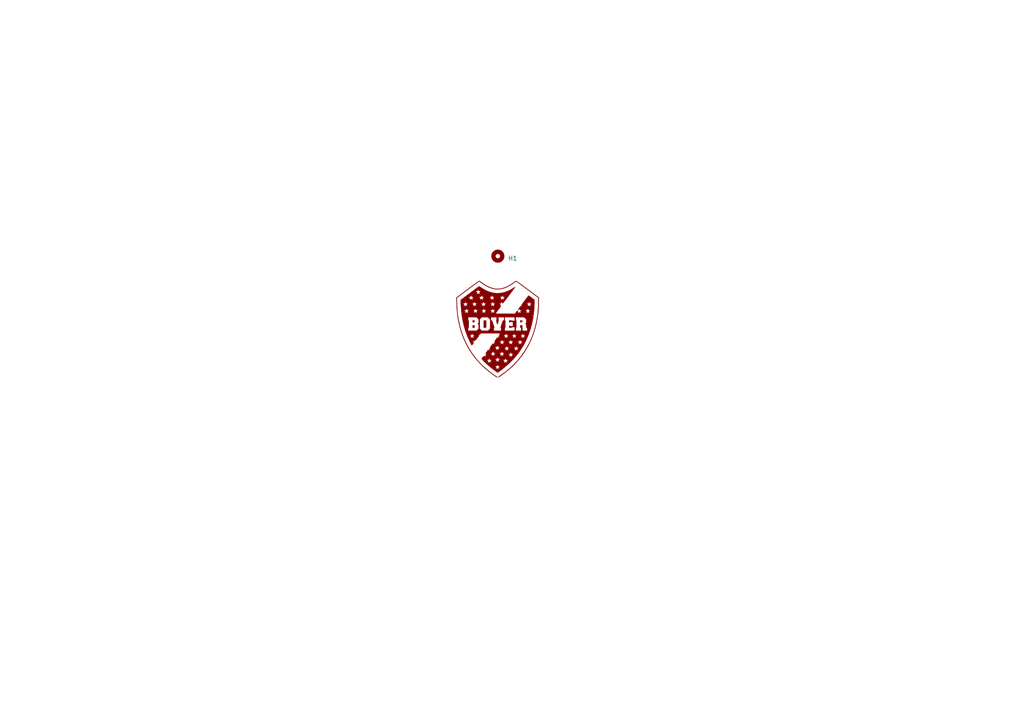
<source format=kicad_sch>
(kicad_sch (version 20230121) (generator eeschema)
  (paper "A4")
  (lib_symbols
    (symbol "Bover_Logo:LOGO" (pin_names (offset 1.016)))
    (symbol "EESTN5:Mounting_Hole" (pin_names (offset 1.016))
      (property "Reference" "H" (at 0 5.08 0))
    )
  )
  (symbol (lib_id "EESTN5:Mounting_Hole") (at 144.399 74.295 0) (unit 1)
    (property "Reference" "H1" (at 147.32 74.93 0) (effects (justify left)))
    (property "Value" "Mounting_Hole" (effects hide))
    (property "Footprint" "EESTN5:hole_3mm" (effects hide))
  )
  (symbol (lib_id "Bover_Logo:LOGO") (at 144.399 94.869 0) (unit 1)
    (property "Reference" "G1" (effects hide))
    (property "Value" "LOGO" (effects hide))
    (property "Footprint" "EESTN5:Bover_Huella_frontal_FCU" (effects hide))
  )
)
</source>
